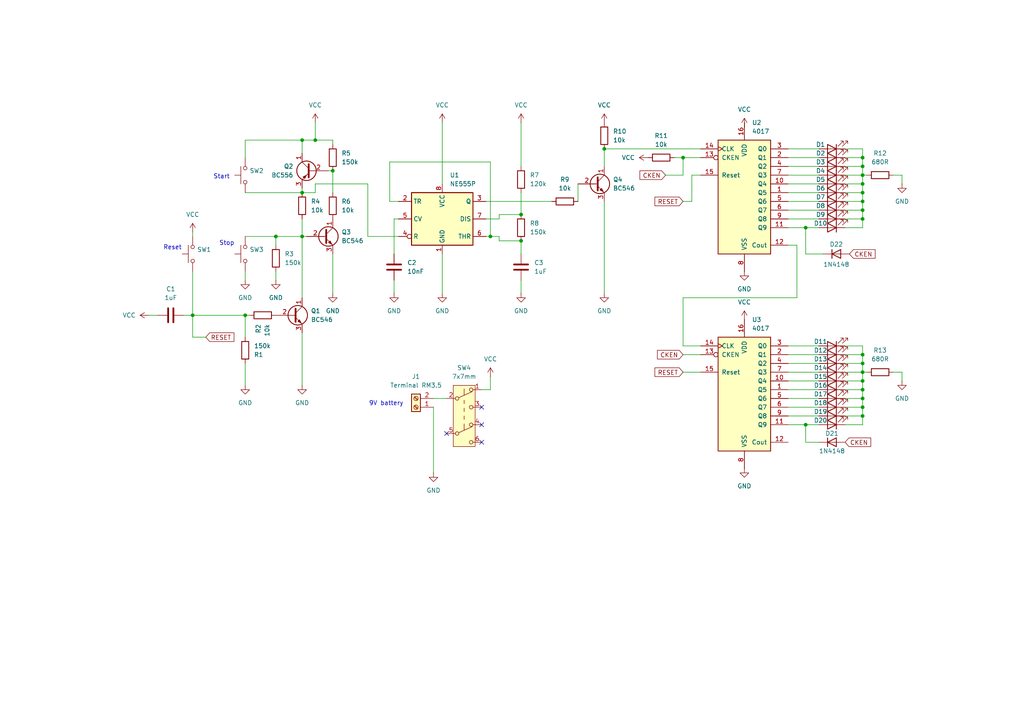
<source format=kicad_sch>
(kicad_sch (version 20231120) (generator "eeschema") (generator_version "8.0")
  (paper "A4")
  (title_block (title "Storm distance meter") (date "2025-01-18") (rev "1") (company "www.elektrokrouzek.cz"))
  (lib_symbols
    (symbol "4xxx:4017" (pin_names (offset 1.016))
      (property "Reference" "U" (at -7.62 16.51 0))
      (property "Value" "4017" (at -7.62 -19.05 0))
      (symbol "4017_1_0"
        (pin output line (at 12.7 0 180) (length 5.08) (name "Q5") (number "1"))
        (pin output line (at 12.7 2.54 180) (length 5.08) (name "Q4") (number "10"))
        (pin output line (at 12.7 -10.16 180) (length 5.08) (name "Q9") (number "11"))
        (pin output line (at 12.7 -15.24 180) (length 5.08) (name "Cout") (number "12"))
        (pin input inverted (at -12.7 10.16 0) (length 5.08) (name "CKEN") (number "13"))
        (pin input clock (at -12.7 12.7 0) (length 5.08) (name "CLK") (number "14"))
        (pin input line (at -12.7 5.08 0) (length 5.08) (name "Reset") (number "15"))
        (pin power_in line (at 0 20.32 270) (length 5.08) (name "VDD") (number "16"))
        (pin output line (at 12.7 10.16 180) (length 5.08) (name "Q1") (number "2"))
        (pin output line (at 12.7 12.7 180) (length 5.08) (name "Q0") (number "3"))
        (pin output line (at 12.7 7.62 180) (length 5.08) (name "Q2") (number "4"))
        (pin output line (at 12.7 -2.54 180) (length 5.08) (name "Q6") (number "5"))
        (pin output line (at 12.7 -5.08 180) (length 5.08) (name "Q7") (number "6"))
        (pin output line (at 12.7 5.08 180) (length 5.08) (name "Q3") (number "7"))
        (pin power_in line (at 0 -22.86 90) (length 5.08) (name "VSS") (number "8"))
        (pin output line (at 12.7 -7.62 180) (length 5.08) (name "Q8") (number "9"))
      )
      (symbol "4017_1_1"
        (rectangle (start -7.62 15.24) (end 7.62 -17.78) (stroke (width 0.254)) (fill (type background)))
      )
    )
    (symbol "Connector:Screw_Terminal_01x02" (pin_names (offset 1.016) hide)
      (property "Reference" "J" (at 0 2.54 0))
      (property "Value" "Screw_Terminal_01x02" (at 0 -5.08 0))
      (symbol "Screw_Terminal_01x02_1_1"
        (rectangle (start -1.27 1.27) (end 1.27 -3.81) (stroke (width 0.254)) (fill (type background)))
        (circle (center 0 -2.54) (radius 0.635) (stroke (width 0.1524)))
        (polyline (pts (xy -0.5334 -2.2098) (xy 0.3302 -3.048)) (stroke (width 0.1524)))
        (polyline (pts (xy -0.5334 0.3302) (xy 0.3302 -0.508)) (stroke (width 0.1524)))
        (polyline (pts (xy -0.3556 -2.032) (xy 0.508 -2.8702)) (stroke (width 0.1524)))
        (polyline (pts (xy -0.3556 0.508) (xy 0.508 -0.3302)) (stroke (width 0.1524)))
        (circle (center 0 0) (radius 0.635) (stroke (width 0.1524)))
        (pin passive line (at -5.08 0 0) (length 3.81) (name "Pin_1") (number "1"))
        (pin passive line (at -5.08 -2.54 0) (length 3.81) (name "Pin_2") (number "2"))
      )
    )
    (symbol "Device:C" (pin_numbers hide) (pin_names (offset 0.254))
      (property "Reference" "C" (at 0.635 2.54 0))
      (property "Value" "C" (at 0.635 -2.54 0))
      (symbol "C_0_1"
        (polyline (pts (xy -2.032 -0.762) (xy 2.032 -0.762)) (stroke (width 0.508)))
        (polyline (pts (xy -2.032 0.762) (xy 2.032 0.762)) (stroke (width 0.508)))
      )
      (symbol "C_1_1"
        (pin passive line (at 0 3.81 270) (length 2.794) (name "~") (number "1"))
        (pin passive line (at 0 -3.81 90) (length 2.794) (name "~") (number "2"))
      )
    )
    (symbol "Device:D" (pin_numbers hide) (pin_names (offset 1.016) hide)
      (property "Reference" "D" (at 0 2.54 0))
      (property "Value" "D" (at 0 -2.54 0))
      (symbol "D_0_1"
        (polyline (pts (xy -1.27 1.27) (xy -1.27 -1.27)) (stroke (width 0.254)))
        (polyline (pts (xy 1.27 0) (xy -1.27 0)))
        (polyline (pts (xy 1.27 1.27) (xy 1.27 -1.27) (xy -1.27 0) (xy 1.27 1.27)) (stroke (width 0.254)))
      )
      (symbol "D_1_1"
        (pin passive line (at -3.81 0 0) (length 2.54) (name "K") (number "1"))
        (pin passive line (at 3.81 0 180) (length 2.54) (name "A") (number "2"))
      )
    )
    (symbol "Device:LED" (pin_numbers hide) (pin_names (offset 1.016) hide)
      (property "Reference" "D" (at 0 2.54 0))
      (property "Value" "LED" (at 0 -2.54 0))
      (symbol "LED_0_1"
        (polyline (pts (xy -1.27 -1.27) (xy -1.27 1.27)) (stroke (width 0.254)))
        (polyline (pts (xy -1.27 0) (xy 1.27 0)))
        (polyline (pts (xy 1.27 -1.27) (xy 1.27 1.27) (xy -1.27 0) (xy 1.27 -1.27)) (stroke (width 0.254)))
        (polyline (pts (xy -3.048 -0.762) (xy -4.572 -2.286) (xy -3.81 -2.286) (xy -4.572 -2.286) (xy -4.572 -1.524)))
        (polyline (pts (xy -1.778 -0.762) (xy -3.302 -2.286) (xy -2.54 -2.286) (xy -3.302 -2.286) (xy -3.302 -1.524)))
      )
      (symbol "LED_1_1"
        (pin passive line (at -3.81 0 0) (length 2.54) (name "K") (number "1"))
        (pin passive line (at 3.81 0 180) (length 2.54) (name "A") (number "2"))
      )
    )
    (symbol "Device:R" (pin_numbers hide) (pin_names (offset 0))
      (property "Reference" "R" (at 2.032 0 90))
      (property "Value" "R" (at 0 0 90))
      (symbol "R_0_1"
        (rectangle (start -1.016 -2.54) (end 1.016 2.54) (stroke (width 0.254)))
      )
      (symbol "R_1_1"
        (pin passive line (at 0 3.81 270) (length 1.27) (name "~") (number "1"))
        (pin passive line (at 0 -3.81 90) (length 1.27) (name "~") (number "2"))
      )
    )
    (symbol "Switch:SW_Push" (pin_numbers hide) (pin_names (offset 1.016) hide)
      (property "Reference" "SW" (at 1.27 2.54 0))
      (property "Value" "SW_Push" (at 0 -1.524 0))
      (symbol "SW_Push_0_1"
        (circle (center -2.032 0) (radius 0.508))
        (polyline (pts (xy 0 1.27) (xy 0 3.048)))
        (polyline (pts (xy 2.54 1.27) (xy -2.54 1.27)))
        (circle (center 2.032 0) (radius 0.508))
        (pin passive line (at -5.08 0 0) (length 2.54) (name "1") (number "1"))
        (pin passive line (at 5.08 0 180) (length 2.54) (name "2") (number "2"))
      )
    )
    (symbol "Switch:SW_Push_DPDT" (pin_names (offset 0) hide)
      (property "Reference" "SW" (at 0 10.16 0))
      (property "Value" "SW_Push_DPDT" (at 0 -10.16 0))
      (symbol "SW_Push_DPDT_0_0"
        (circle (center -2.032 -5.08) (radius 0.508))
        (circle (center -2.032 5.08) (radius 0.508))
        (circle (center 2.032 -7.62) (radius 0.508))
        (circle (center 2.032 2.54) (radius 0.508))
      )
      (symbol "SW_Push_DPDT_0_1"
        (polyline (pts (xy -1.524 -4.826) (xy 2.3368 -3.0988)))
        (polyline (pts (xy -1.524 5.334) (xy 2.3368 7.0612)))
        (polyline (pts (xy 0 -2.286) (xy 0 -4.064)))
        (polyline (pts (xy 0 -1.016) (xy 0 0)))
        (polyline (pts (xy 0 1.27) (xy 0 2.286)))
        (polyline (pts (xy 0 3.556) (xy 0 4.572)))
        (polyline (pts (xy 0 7.874) (xy 0 6.096)))
        (circle (center 2.032 -2.54) (radius 0.508))
        (circle (center 2.032 7.62) (radius 0.508))
      )
      (symbol "SW_Push_DPDT_1_1"
        (rectangle (start -3.175 8.89) (end 3.175 -8.89) (fill (type background)))
        (pin passive line (at 5.08 7.62 180) (length 2.54) (name "A") (number "1"))
        (pin passive line (at -5.08 5.08 0) (length 2.54) (name "B") (number "2"))
        (pin passive line (at 5.08 2.54 180) (length 2.54) (name "C") (number "3"))
        (pin passive line (at 5.08 -2.54 180) (length 2.54) (name "A") (number "4"))
        (pin passive line (at -5.08 -5.08 0) (length 2.54) (name "B") (number "5"))
        (pin passive line (at 5.08 -7.62 180) (length 2.54) (name "C") (number "6"))
      )
    )
    (symbol "Timer:NE555P"
      (property "Reference" "U" (at -10.16 8.89 0))
      (property "Value" "NE555P" (at 2.54 8.89 0))
      (symbol "NE555P_0_0"
        (pin power_in line (at 0 -10.16 90) (length 2.54) (name "GND") (number "1"))
        (pin power_in line (at 0 10.16 270) (length 2.54) (name "VCC") (number "8"))
      )
      (symbol "NE555P_0_1"
        (rectangle (start -8.89 -7.62) (end 8.89 7.62) (stroke (width 0.254)) (fill (type background)))
        (rectangle (start -8.89 -7.62) (end 8.89 7.62) (stroke (width 0.254)) (fill (type background)))
      )
      (symbol "NE555P_1_1"
        (pin input line (at -12.7 5.08 0) (length 3.81) (name "TR") (number "2"))
        (pin output line (at 12.7 5.08 180) (length 3.81) (name "Q") (number "3"))
        (pin input inverted (at -12.7 -5.08 0) (length 3.81) (name "R") (number "4"))
        (pin input line (at -12.7 0 0) (length 3.81) (name "CV") (number "5"))
        (pin input line (at 12.7 -5.08 180) (length 3.81) (name "THR") (number "6"))
        (pin input line (at 12.7 0 180) (length 3.81) (name "DIS") (number "7"))
      )
    )
    (symbol "Transistor_BJT:BC546" (pin_names (offset 0) hide)
      (property "Reference" "Q" (at 5.08 1.905 0))
      (property "Value" "BC546" (at 5.08 0 0))
      (symbol "BC546_0_1"
        (polyline (pts (xy 0 0) (xy 0.635 0)))
        (polyline (pts (xy 0.635 0.635) (xy 2.54 2.54)))
        (polyline (pts (xy 0.635 -0.635) (xy 2.54 -2.54) (xy 2.54 -2.54)))
        (polyline (pts (xy 0.635 1.905) (xy 0.635 -1.905) (xy 0.635 -1.905)) (stroke (width 0.508)))
        (polyline (pts (xy 1.27 -1.778) (xy 1.778 -1.27) (xy 2.286 -2.286) (xy 1.27 -1.778) (xy 1.27 -1.778)) (fill (type outline)))
        (circle (center 1.27 0) (radius 2.8194) (stroke (width 0.254)))
      )
      (symbol "BC546_1_1"
        (pin passive line (at 2.54 5.08 270) (length 2.54) (name "C") (number "1"))
        (pin input line (at -5.08 0 0) (length 5.08) (name "B") (number "2"))
        (pin passive line (at 2.54 -5.08 90) (length 2.54) (name "E") (number "3"))
      )
    )
    (symbol "Transistor_BJT:BC556" (pin_names (offset 0) hide)
      (property "Reference" "Q" (at 5.08 1.905 0))
      (property "Value" "BC556" (at 5.08 0 0))
      (symbol "BC556_0_1"
        (polyline (pts (xy 0.635 0.635) (xy 2.54 2.54)))
        (polyline (pts (xy 0.635 -0.635) (xy 2.54 -2.54) (xy 2.54 -2.54)))
        (polyline (pts (xy 0.635 1.905) (xy 0.635 -1.905) (xy 0.635 -1.905)) (stroke (width 0.508)))
        (polyline (pts (xy 2.286 -1.778) (xy 1.778 -2.286) (xy 1.27 -1.27) (xy 2.286 -1.778) (xy 2.286 -1.778)) (fill (type outline)))
        (circle (center 1.27 0) (radius 2.8194) (stroke (width 0.254)))
      )
      (symbol "BC556_1_1"
        (pin passive line (at 2.54 5.08 270) (length 2.54) (name "C") (number "1"))
        (pin input line (at -5.08 0 0) (length 5.715) (name "B") (number "2"))
        (pin passive line (at 2.54 -5.08 90) (length 2.54) (name "E") (number "3"))
      )
    )
    (symbol "power:GND" (power) (pin_numbers hide) (pin_names (offset 0) hide)
      (property "Value" "GND" (at 0 -3.81 0))
      (symbol "GND_0_1"
        (polyline (pts (xy 0 0) (xy 0 -1.27) (xy 1.27 -1.27) (xy 0 -2.54) (xy -1.27 -1.27) (xy 0 -1.27)))
      )
      (symbol "GND_1_1"
        (pin power_in line (at 0 0 270) (length 0) (name "~") (number "1"))
      )
    )
    (symbol "power:VCC" (power) (pin_numbers hide) (pin_names (offset 0) hide)
      (property "Value" "VCC" (at 0 3.556 0))
      (symbol "VCC_0_1"
        (polyline (pts (xy -0.762 1.27) (xy 0 2.54)))
        (polyline (pts (xy 0 0) (xy 0 2.54)))
        (polyline (pts (xy 0 2.54) (xy 0.762 1.27)))
      )
      (symbol "VCC_1_1"
        (pin power_in line (at 0 0 90) (length 0) (name "~") (number "1"))
      )
    )
  )
  (junction (at 250.19 118.11))
  (junction (at 151.13 62.23))
  (junction (at 250.19 45.72))
  (junction (at 55.88 91.44))
  (junction (at 175.26 43.18))
  (junction (at 250.19 107.95))
  (junction (at 250.19 53.34))
  (junction (at 250.19 110.49))
  (junction (at 250.19 102.87))
  (junction (at 250.19 50.8))
  (junction (at 87.63 55.88))
  (junction (at 250.19 115.57))
  (junction (at 142.24 68.58))
  (junction (at 96.52 49.53))
  (junction (at 250.19 60.96))
  (junction (at 233.68 123.19))
  (junction (at 87.63 40.64))
  (junction (at 151.13 69.85))
  (junction (at 233.68 66.04))
  (junction (at 250.19 55.88))
  (junction (at 250.19 63.5))
  (junction (at 80.01 68.58))
  (junction (at 198.12 45.72))
  (junction (at 87.63 68.58))
  (junction (at 250.19 120.65))
  (junction (at 91.44 40.64))
  (junction (at 250.19 105.41))
  (junction (at 71.12 91.44))
  (junction (at 250.19 113.03))
  (junction (at 250.19 48.26))
  (junction (at 250.19 58.42))
  (no_connect (at 129.54 125.73))
  (no_connect (at 139.7 123.19))
  (no_connect (at 139.7 118.11))
  (no_connect (at 139.7 128.27))
  (wire (pts (xy 87.63 63.5) (xy 87.63 68.58)))
  (wire (pts (xy 231.14 86.36) (xy 198.12 86.36)))
  (wire (pts (xy 175.26 43.18) (xy 203.2 43.18)))
  (wire (pts (xy 245.11 50.8) (xy 250.19 50.8)))
  (wire (pts (xy 128.27 73.66) (xy 128.27 85.09)))
  (wire (pts (xy 198.12 45.72) (xy 198.12 50.8)))
  (wire (pts (xy 115.57 58.42) (xy 113.03 58.42)))
  (wire (pts (xy 215.9 36.83) (xy 215.9 35.56)))
  (wire (pts (xy 142.24 68.58) (xy 144.78 68.58)))
  (wire (pts (xy 245.11 120.65) (xy 250.19 120.65)))
  (wire (pts (xy 140.97 68.58) (xy 142.24 68.58)))
  (wire (pts (xy 198.12 107.95) (xy 203.2 107.95)))
  (wire (pts (xy 91.44 55.88) (xy 87.63 55.88)))
  (wire (pts (xy 259.08 107.95) (xy 261.62 107.95)))
  (wire (pts (xy 87.63 44.45) (xy 87.63 40.64)))
  (wire (pts (xy 195.58 45.72) (xy 198.12 45.72)))
  (wire (pts (xy 142.24 46.99) (xy 142.24 68.58)))
  (wire (pts (xy 245.11 123.19) (xy 250.19 123.19)))
  (wire (pts (xy 245.11 58.42) (xy 250.19 58.42)))
  (wire (pts (xy 175.26 58.42) (xy 175.26 85.09)))
  (wire (pts (xy 114.3 63.5) (xy 114.3 73.66)))
  (wire (pts (xy 228.6 66.04) (xy 233.68 66.04)))
  (wire (pts (xy 113.03 46.99) (xy 142.24 46.99)))
  (wire (pts (xy 144.78 62.23) (xy 151.13 62.23)))
  (wire (pts (xy 113.03 58.42) (xy 113.03 46.99)))
  (wire (pts (xy 71.12 55.88) (xy 87.63 55.88)))
  (wire (pts (xy 144.78 63.5) (xy 144.78 62.23)))
  (wire (pts (xy 167.64 53.34) (xy 167.64 58.42)))
  (wire (pts (xy 115.57 63.5) (xy 114.3 63.5)))
  (wire (pts (xy 233.68 73.66) (xy 238.76 73.66)))
  (wire (pts (xy 228.6 120.65) (xy 237.49 120.65)))
  (wire (pts (xy 71.12 91.44) (xy 55.88 91.44)))
  (wire (pts (xy 228.6 71.12) (xy 231.14 71.12)))
  (wire (pts (xy 245.11 107.95) (xy 250.19 107.95)))
  (wire (pts (xy 250.19 115.57) (xy 250.19 113.03)))
  (wire (pts (xy 114.3 81.28) (xy 114.3 85.09)))
  (wire (pts (xy 233.68 123.19) (xy 237.49 123.19)))
  (wire (pts (xy 228.6 115.57) (xy 237.49 115.57)))
  (wire (pts (xy 245.11 118.11) (xy 250.19 118.11)))
  (wire (pts (xy 228.6 43.18) (xy 237.49 43.18)))
  (wire (pts (xy 250.19 110.49) (xy 250.19 107.95)))
  (wire (pts (xy 250.19 66.04) (xy 250.19 63.5)))
  (wire (pts (xy 250.19 63.5) (xy 250.19 60.96)))
  (wire (pts (xy 91.44 53.34) (xy 91.44 55.88)))
  (wire (pts (xy 245.11 53.34) (xy 250.19 53.34)))
  (wire (pts (xy 250.19 48.26) (xy 250.19 50.8)))
  (wire (pts (xy 250.19 100.33) (xy 250.19 102.87)))
  (wire (pts (xy 140.97 63.5) (xy 144.78 63.5)))
  (wire (pts (xy 261.62 50.8) (xy 261.62 53.34)))
  (wire (pts (xy 245.11 45.72) (xy 250.19 45.72)))
  (wire (pts (xy 151.13 55.88) (xy 151.13 62.23)))
  (wire (pts (xy 228.6 118.11) (xy 237.49 118.11)))
  (wire (pts (xy 125.73 118.11) (xy 125.73 137.16)))
  (wire (pts (xy 233.68 123.19) (xy 233.68 128.27)))
  (wire (pts (xy 71.12 105.41) (xy 71.12 111.76)))
  (wire (pts (xy 228.6 58.42) (xy 237.49 58.42)))
  (wire (pts (xy 87.63 54.61) (xy 87.63 55.88)))
  (wire (pts (xy 228.6 55.88) (xy 237.49 55.88)))
  (wire (pts (xy 250.19 113.03) (xy 250.19 110.49)))
  (wire (pts (xy 96.52 49.53) (xy 96.52 55.88)))
  (wire (pts (xy 198.12 58.42) (xy 200.66 58.42)))
  (wire (pts (xy 43.18 91.44) (xy 45.72 91.44)))
  (wire (pts (xy 144.78 68.58) (xy 144.78 69.85)))
  (wire (pts (xy 106.68 68.58) (xy 115.57 68.58)))
  (wire (pts (xy 250.19 118.11) (xy 250.19 115.57)))
  (wire (pts (xy 198.12 100.33) (xy 203.2 100.33)))
  (wire (pts (xy 87.63 68.58) (xy 87.63 86.36)))
  (wire (pts (xy 71.12 45.72) (xy 71.12 40.64)))
  (wire (pts (xy 91.44 35.56) (xy 91.44 40.64)))
  (wire (pts (xy 151.13 35.56) (xy 151.13 48.26)))
  (wire (pts (xy 245.11 102.87) (xy 250.19 102.87)))
  (wire (pts (xy 250.19 102.87) (xy 250.19 105.41)))
  (wire (pts (xy 53.34 91.44) (xy 55.88 91.44)))
  (wire (pts (xy 142.24 113.03) (xy 142.24 109.22)))
  (wire (pts (xy 125.73 115.57) (xy 129.54 115.57)))
  (wire (pts (xy 87.63 96.52) (xy 87.63 111.76)))
  (wire (pts (xy 228.6 48.26) (xy 237.49 48.26)))
  (wire (pts (xy 250.19 53.34) (xy 250.19 50.8)))
  (wire (pts (xy 200.66 58.42) (xy 200.66 50.8)))
  (wire (pts (xy 71.12 40.64) (xy 87.63 40.64)))
  (wire (pts (xy 87.63 40.64) (xy 91.44 40.64)))
  (wire (pts (xy 245.11 110.49) (xy 250.19 110.49)))
  (wire (pts (xy 250.19 60.96) (xy 250.19 58.42)))
  (wire (pts (xy 80.01 68.58) (xy 80.01 71.12)))
  (wire (pts (xy 250.19 43.18) (xy 250.19 45.72)))
  (wire (pts (xy 245.11 105.41) (xy 250.19 105.41)))
  (wire (pts (xy 251.46 50.8) (xy 250.19 50.8)))
  (wire (pts (xy 250.19 123.19) (xy 250.19 120.65)))
  (wire (pts (xy 55.88 91.44) (xy 55.88 78.74)))
  (wire (pts (xy 144.78 69.85) (xy 151.13 69.85)))
  (wire (pts (xy 71.12 78.74) (xy 71.12 81.28)))
  (wire (pts (xy 228.6 105.41) (xy 237.49 105.41)))
  (wire (pts (xy 175.26 43.18) (xy 175.26 48.26)))
  (wire (pts (xy 128.27 35.56) (xy 128.27 53.34)))
  (wire (pts (xy 261.62 107.95) (xy 261.62 110.49)))
  (wire (pts (xy 245.11 63.5) (xy 250.19 63.5)))
  (wire (pts (xy 59.69 97.79) (xy 55.88 97.79)))
  (wire (pts (xy 233.68 128.27) (xy 237.49 128.27)))
  (wire (pts (xy 151.13 81.28) (xy 151.13 85.09)))
  (wire (pts (xy 245.11 43.18) (xy 250.19 43.18)))
  (wire (pts (xy 228.6 60.96) (xy 237.49 60.96)))
  (wire (pts (xy 228.6 45.72) (xy 237.49 45.72)))
  (wire (pts (xy 245.11 55.88) (xy 250.19 55.88)))
  (wire (pts (xy 106.68 53.34) (xy 91.44 53.34)))
  (wire (pts (xy 228.6 123.19) (xy 233.68 123.19)))
  (wire (pts (xy 231.14 71.12) (xy 231.14 86.36)))
  (wire (pts (xy 198.12 102.87) (xy 203.2 102.87)))
  (wire (pts (xy 245.11 100.33) (xy 250.19 100.33)))
  (wire (pts (xy 55.88 97.79) (xy 55.88 91.44)))
  (wire (pts (xy 228.6 50.8) (xy 237.49 50.8)))
  (wire (pts (xy 250.19 120.65) (xy 250.19 118.11)))
  (wire (pts (xy 228.6 107.95) (xy 237.49 107.95)))
  (wire (pts (xy 259.08 50.8) (xy 261.62 50.8)))
  (wire (pts (xy 140.97 58.42) (xy 160.02 58.42)))
  (wire (pts (xy 71.12 68.58) (xy 80.01 68.58)))
  (wire (pts (xy 151.13 69.85) (xy 151.13 73.66)))
  (wire (pts (xy 250.19 45.72) (xy 250.19 48.26)))
  (wire (pts (xy 80.01 78.74) (xy 80.01 81.28)))
  (wire (pts (xy 106.68 68.58) (xy 106.68 53.34)))
  (wire (pts (xy 200.66 50.8) (xy 203.2 50.8)))
  (wire (pts (xy 80.01 68.58) (xy 87.63 68.58)))
  (wire (pts (xy 245.11 48.26) (xy 250.19 48.26)))
  (wire (pts (xy 250.19 58.42) (xy 250.19 55.88)))
  (wire (pts (xy 251.46 107.95) (xy 250.19 107.95)))
  (wire (pts (xy 96.52 73.66) (xy 96.52 85.09)))
  (wire (pts (xy 245.11 115.57) (xy 250.19 115.57)))
  (wire (pts (xy 245.11 66.04) (xy 250.19 66.04)))
  (wire (pts (xy 228.6 113.03) (xy 237.49 113.03)))
  (wire (pts (xy 96.52 40.64) (xy 96.52 41.91)))
  (wire (pts (xy 72.39 91.44) (xy 71.12 91.44)))
  (wire (pts (xy 228.6 102.87) (xy 237.49 102.87)))
  (wire (pts (xy 87.63 68.58) (xy 88.9 68.58)))
  (wire (pts (xy 250.19 55.88) (xy 250.19 53.34)))
  (wire (pts (xy 198.12 45.72) (xy 203.2 45.72)))
  (wire (pts (xy 233.68 66.04) (xy 233.68 73.66)))
  (wire (pts (xy 95.25 49.53) (xy 96.52 49.53)))
  (wire (pts (xy 228.6 53.34) (xy 237.49 53.34)))
  (wire (pts (xy 233.68 66.04) (xy 237.49 66.04)))
  (wire (pts (xy 91.44 40.64) (xy 96.52 40.64)))
  (wire (pts (xy 228.6 63.5) (xy 237.49 63.5)))
  (wire (pts (xy 228.6 100.33) (xy 237.49 100.33)))
  (wire (pts (xy 71.12 91.44) (xy 71.12 97.79)))
  (wire (pts (xy 139.7 113.03) (xy 142.24 113.03)))
  (wire (pts (xy 193.04 50.8) (xy 198.12 50.8)))
  (wire (pts (xy 250.19 105.41) (xy 250.19 107.95)))
  (wire (pts (xy 55.88 67.31) (xy 55.88 68.58)))
  (wire (pts (xy 198.12 86.36) (xy 198.12 100.33)))
  (wire (pts (xy 228.6 110.49) (xy 237.49 110.49)))
  (wire (pts (xy 245.11 113.03) (xy 250.19 113.03)))
  (wire (pts (xy 245.11 60.96) (xy 250.19 60.96)))
  (text "Reset" (at 50.038 71.882 0) (effects (font (size 1.27 1.27))))
  (text "9V battery" (at 112.014 117.094 0) (effects (font (size 1.27 1.27))))
  (text "Stop" (at 65.786 70.612 0) (effects (font (size 1.27 1.27))))
  (text "Start" (at 64.262 51.308 0) (effects (font (size 1.27 1.27))))
  (global_label "RESET" (shape input) (at 59.69 97.79 0) (property "Intersheetrefs" "${INTERSHEET_REFS}" (effects (hide yes))))
  (global_label "RESET" (shape input) (at 198.12 58.42 180) (property "Intersheetrefs" "${INTERSHEET_REFS}" (effects (hide yes))))
  (global_label "CKEN" (shape input) (at 246.38 73.66 0) (property "Intersheetrefs" "${INTERSHEET_REFS}" (effects (hide yes))))
  (global_label "CKEN" (shape input) (at 198.12 102.87 180) (property "Intersheetrefs" "${INTERSHEET_REFS}" (effects (hide yes))))
  (global_label "CKEN" (shape input) (at 193.04 50.8 180) (property "Intersheetrefs" "${INTERSHEET_REFS}" (effects (hide yes))))
  (global_label "CKEN" (shape input) (at 245.11 128.27 0) (property "Intersheetrefs" "${INTERSHEET_REFS}" (effects (hide yes))))
  (global_label "RESET" (shape input) (at 198.12 107.95 180) (property "Intersheetrefs" "${INTERSHEET_REFS}" (effects (hide yes))))
  (symbol (lib_id "Switch:SW_Push") (at 55.88 73.66 90) (unit 1)
    (property "Reference" "SW1" (at 57.15 72.3899 90) (effects (justify right)))
    (property "Value" "6mm" (effects (hide yes)))
    (property "Footprint" "Button_Switch_THT:SW_PUSH_6mm_H9.5mm" (effects (hide yes)))
    (property "Description" "Push button switch, generic, two pins" (effects (hide yes)))
  )
  (symbol (lib_id "power:GND") (at 71.12 111.76 0) (unit 1)
    (property "Reference" "#PWR04" (effects (hide yes)))
    (property "Value" "GND" (at 71.12 116.84 0))
    (property "Description" "Power symbol creates a global label with name \"GND\" , ground" (effects (hide yes)))
  )
  (symbol (lib_id "Device:LED") (at 241.3 55.88 180) (unit 1)
    (property "Reference" "D6" (at 237.998 54.61 0))
    (property "Value" "LED 3mm Y" (effects (hide yes)))
    (property "Footprint" "LED_THT:LED_D3.0mm" (effects (hide yes)))
    (property "Description" "Light emitting diode" (effects (hide yes)))
  )
  (symbol (lib_id "power:GND") (at 128.27 85.09 0) (unit 1)
    (property "Reference" "#PWR012" (effects (hide yes)))
    (property "Value" "GND" (at 128.27 90.17 0))
    (property "Description" "Power symbol creates a global label with name \"GND\" , ground" (effects (hide yes)))
  )
  (symbol (lib_id "power:GND") (at 114.3 85.09 0) (unit 1)
    (property "Reference" "#PWR09" (effects (hide yes)))
    (property "Value" "GND" (at 114.3 90.17 0))
    (property "Description" "Power symbol creates a global label with name \"GND\" , ground" (effects (hide yes)))
  )
  (symbol (lib_id "Switch:SW_Push") (at 71.12 73.66 90) (unit 1)
    (property "Reference" "SW3" (at 72.39 72.3899 90) (effects (justify right)))
    (property "Value" "6mm" (effects (hide yes)))
    (property "Footprint" "Button_Switch_THT:SW_PUSH_6mm_H9.5mm" (effects (hide yes)))
    (property "Description" "Push button switch, generic, two pins" (effects (hide yes)))
  )
  (symbol (lib_id "Device:D") (at 242.57 73.66 0) (unit 1)
    (property "Reference" "D22" (at 242.57 70.866 0))
    (property "Value" "1N4148" (at 242.57 76.708 0))
    (property "Footprint" "Diode_THT:D_DO-35_SOD27_P7.62mm_Horizontal" (effects (hide yes)))
    (property "Description" "Diode" (effects (hide yes)))
    (property "Sim.Device" "D" (effects (hide yes)))
    (property "Sim.Pins" "1=K 2=A" (effects (hide yes)))
  )
  (symbol (lib_id "power:GND") (at 151.13 85.09 0) (unit 1)
    (property "Reference" "#PWR015" (effects (hide yes)))
    (property "Value" "GND" (at 151.13 90.17 0))
    (property "Description" "Power symbol creates a global label with name \"GND\" , ground" (effects (hide yes)))
  )
  (symbol (lib_id "Connector:Screw_Terminal_01x02") (at 120.65 118.11 180) (unit 1)
    (property "Reference" "J1" (at 120.65 109.22 0))
    (property "Value" "Terminal RM3.5" (at 120.65 111.76 0))
    (property "Footprint" "TerminalBlock_4Ucon:TerminalBlock_4Ucon_1x02_P3.50mm_Horizontal" (effects (hide yes)))
    (property "Description" "Generic screw terminal, single row, 01x02, script generated (kicad-library-utils/schlib/autogen/connector/)" (effects (hide yes)))
  )
  (symbol (lib_id "Device:LED") (at 241.3 118.11 180) (unit 1)
    (property "Reference" "D18" (at 237.998 116.84 0))
    (property "Value" "LED 3mm G" (effects (hide yes)))
    (property "Footprint" "LED_THT:LED_D3.0mm" (effects (hide yes)))
    (property "Description" "Light emitting diode" (effects (hide yes)))
  )
  (symbol (lib_id "Device:R") (at 71.12 101.6 0) (mirror x) (unit 1)
    (property "Reference" "R1" (at 73.66 102.8701 0) (effects (justify left)))
    (property "Value" "150k" (at 73.66 100.3301 0) (effects (justify left)))
    (property "Footprint" "Resistor_THT:R_Axial_DIN0207_L6.3mm_D2.5mm_P7.62mm_Horizontal" (effects (hide yes)))
    (property "Description" "Resistor" (effects (hide yes)))
  )
  (symbol (lib_id "power:GND") (at 87.63 111.76 0) (unit 1)
    (property "Reference" "#PWR06" (effects (hide yes)))
    (property "Value" "GND" (at 87.63 116.84 0))
    (property "Description" "Power symbol creates a global label with name \"GND\" , ground" (effects (hide yes)))
  )
  (symbol (lib_id "Device:LED") (at 241.3 123.19 180) (unit 1)
    (property "Reference" "D20" (at 237.998 121.92 0))
    (property "Value" "LED 3mm G" (effects (hide yes)))
    (property "Footprint" "LED_THT:LED_D3.0mm" (effects (hide yes)))
    (property "Description" "Light emitting diode" (effects (hide yes)))
  )
  (symbol (lib_id "power:GND") (at 215.9 78.74 0) (unit 1)
    (property "Reference" "#PWR020" (effects (hide yes)))
    (property "Value" "GND" (at 215.9 83.82 0))
    (property "Description" "Power symbol creates a global label with name \"GND\" , ground" (effects (hide yes)))
  )
  (symbol (lib_id "Device:R") (at 96.52 45.72 0) (unit 1)
    (property "Reference" "R5" (at 99.06 44.4499 0) (effects (justify left)))
    (property "Value" "150k" (at 99.06 46.9899 0) (effects (justify left)))
    (property "Footprint" "Resistor_THT:R_Axial_DIN0207_L6.3mm_D2.5mm_P7.62mm_Horizontal" (effects (hide yes)))
    (property "Description" "Resistor" (effects (hide yes)))
  )
  (symbol (lib_id "Timer:NE555P") (at 128.27 63.5 0) (unit 1)
    (property "Reference" "U1" (at 130.4641 50.8 0) (effects (justify left)))
    (property "Value" "NE555P" (at 130.4641 53.34 0) (effects (justify left)))
    (property "Footprint" "Package_DIP:DIP-8_W7.62mm" (effects (hide yes)))
    (property "Datasheet" "http://www.ti.com/lit/ds/symlink/ne555.pdf" (effects (hide yes)))
    (property "Description" "Precision Timers, 555 compatible,  PDIP-8" (effects (hide yes)))
  )
  (symbol (lib_id "Device:LED") (at 241.3 45.72 180) (unit 1)
    (property "Reference" "D2" (at 237.998 44.45 0))
    (property "Value" "LED 3mm Y" (effects (hide yes)))
    (property "Footprint" "LED_THT:LED_D3.0mm" (effects (hide yes)))
    (property "Description" "Light emitting diode" (effects (hide yes)))
  )
  (symbol (lib_id "Transistor_BJT:BC546") (at 172.72 53.34 0) (unit 1)
    (property "Reference" "Q4" (at 177.8 52.0699 0) (effects (justify left)))
    (property "Value" "BC546" (at 177.8 54.6099 0) (effects (justify left)))
    (property "Footprint" "Package_TO_SOT_THT:TO-92_Inline_Wide" (effects (hide yes)))
    (property "Datasheet" "https://www.onsemi.com/pub/Collateral/BC550-D.pdf" (effects (hide yes)))
    (property "Description" "0.1A Ic, 65V Vce, Small Signal NPN Transistor, TO-92" (effects (hide yes)))
  )
  (symbol (lib_id "Device:R") (at 151.13 52.07 0) (unit 1)
    (property "Reference" "R7" (at 153.67 50.7999 0) (effects (justify left)))
    (property "Value" "120k" (at 153.67 53.3399 0) (effects (justify left)))
    (property "Footprint" "Resistor_THT:R_Axial_DIN0207_L6.3mm_D2.5mm_P7.62mm_Horizontal" (effects (hide yes)))
    (property "Description" "Resistor" (effects (hide yes)))
  )
  (symbol (lib_id "Device:R") (at 80.01 74.93 0) (unit 1)
    (property "Reference" "R3" (at 82.55 73.6599 0) (effects (justify left)))
    (property "Value" "150k" (at 82.55 76.1999 0) (effects (justify left)))
    (property "Footprint" "Resistor_THT:R_Axial_DIN0207_L6.3mm_D2.5mm_P7.62mm_Horizontal" (effects (hide yes)))
    (property "Description" "Resistor" (effects (hide yes)))
  )
  (symbol (lib_id "power:VCC") (at 187.96 45.72 90) (unit 1)
    (property "Reference" "#PWR018" (effects (hide yes)))
    (property "Value" "VCC" (at 184.15 45.7199 90) (effects (justify left)))
    (property "Description" "Power symbol creates a global label with name \"VCC\"" (effects (hide yes)))
  )
  (symbol (lib_id "Device:R") (at 255.27 50.8 90) (unit 1)
    (property "Reference" "R12" (at 255.27 44.45 90))
    (property "Value" "680R" (at 255.27 46.99 90))
    (property "Footprint" "Resistor_THT:R_Axial_DIN0207_L6.3mm_D2.5mm_P7.62mm_Horizontal" (effects (hide yes)))
    (property "Description" "Resistor" (effects (hide yes)))
  )
  (symbol (lib_id "Device:LED") (at 241.3 113.03 180) (unit 1)
    (property "Reference" "D16" (at 237.998 111.76 0))
    (property "Value" "LED 3mm G" (effects (hide yes)))
    (property "Footprint" "LED_THT:LED_D3.0mm" (effects (hide yes)))
    (property "Description" "Light emitting diode" (effects (hide yes)))
  )
  (symbol (lib_id "power:GND") (at 125.73 137.16 0) (unit 1)
    (property "Reference" "#PWR010" (effects (hide yes)))
    (property "Value" "GND" (at 125.73 142.24 0))
    (property "Description" "Power symbol creates a global label with name \"GND\" , ground" (effects (hide yes)))
  )
  (symbol (lib_id "Transistor_BJT:BC556") (at 90.17 49.53 0) (mirror y) (unit 1)
    (property "Reference" "Q2" (at 85.09 48.2599 0) (effects (justify left)))
    (property "Value" "BC556" (at 85.09 50.7999 0) (effects (justify left)))
    (property "Footprint" "Package_TO_SOT_THT:TO-92_Inline_Wide" (effects (hide yes)))
    (property "Datasheet" "https://www.onsemi.com/pub/Collateral/BC556BTA-D.pdf" (effects (hide yes)))
    (property "Description" "0.1A Ic, 65V Vce, PNP Small Signal Transistor, TO-92" (effects (hide yes)))
  )
  (symbol (lib_id "power:GND") (at 71.12 81.28 0) (unit 1)
    (property "Reference" "#PWR03" (effects (hide yes)))
    (property "Value" "GND" (at 71.12 86.36 0))
    (property "Description" "Power symbol creates a global label with name \"GND\" , ground" (effects (hide yes)))
  )
  (symbol (lib_id "power:VCC") (at 215.9 36.83 0) (unit 1)
    (property "Reference" "#PWR019" (effects (hide yes)))
    (property "Value" "VCC" (at 215.9 31.75 0))
    (property "Description" "Power symbol creates a global label with name \"VCC\"" (effects (hide yes)))
  )
  (symbol (lib_id "Device:LED") (at 241.3 50.8 180) (unit 1)
    (property "Reference" "D4" (at 237.998 49.53 0))
    (property "Value" "LED 3mm Y" (effects (hide yes)))
    (property "Footprint" "LED_THT:LED_D3.0mm" (effects (hide yes)))
    (property "Description" "Light emitting diode" (effects (hide yes)))
  )
  (symbol (lib_id "power:VCC") (at 151.13 35.56 0) (unit 1)
    (property "Reference" "#PWR014" (effects (hide yes)))
    (property "Value" "VCC" (at 151.13 30.48 0))
    (property "Description" "Power symbol creates a global label with name \"VCC\"" (effects (hide yes)))
  )
  (symbol (lib_id "Device:LED") (at 241.3 107.95 180) (unit 1)
    (property "Reference" "D14" (at 237.998 106.68 0))
    (property "Value" "LED 3mm G" (effects (hide yes)))
    (property "Footprint" "LED_THT:LED_D3.0mm" (effects (hide yes)))
    (property "Description" "Light emitting diode" (effects (hide yes)))
  )
  (symbol (lib_id "Transistor_BJT:BC546") (at 93.98 68.58 0) (unit 1)
    (property "Reference" "Q3" (at 99.06 67.3099 0) (effects (justify left)))
    (property "Value" "BC546" (at 99.06 69.8499 0) (effects (justify left)))
    (property "Footprint" "Package_TO_SOT_THT:TO-92_Inline_Wide" (effects (hide yes)))
    (property "Datasheet" "https://www.onsemi.com/pub/Collateral/BC550-D.pdf" (effects (hide yes)))
    (property "Description" "0.1A Ic, 65V Vce, Small Signal NPN Transistor, TO-92" (effects (hide yes)))
  )
  (symbol (lib_id "power:VCC") (at 91.44 35.56 0) (unit 1)
    (property "Reference" "#PWR07" (effects (hide yes)))
    (property "Value" "VCC" (at 91.44 30.48 0))
    (property "Description" "Power symbol creates a global label with name \"VCC\"" (effects (hide yes)))
  )
  (symbol (lib_id "Device:LED") (at 241.3 115.57 180) (unit 1)
    (property "Reference" "D17" (at 237.998 114.3 0))
    (property "Value" "LED 3mm G" (effects (hide yes)))
    (property "Footprint" "LED_THT:LED_D3.0mm" (effects (hide yes)))
    (property "Description" "Light emitting diode" (effects (hide yes)))
  )
  (symbol (lib_id "Device:C") (at 49.53 91.44 90) (unit 1)
    (property "Reference" "C1" (at 49.53 83.82 90))
    (property "Value" "1uF" (at 49.53 86.36 90))
    (property "Footprint" "Capacitor_THT:C_Disc_D5.0mm_W2.5mm_P5.00mm" (effects (hide yes)))
    (property "Description" "Unpolarized capacitor" (effects (hide yes)))
  )
  (symbol (lib_id "power:VCC") (at 175.26 35.56 0) (unit 1)
    (property "Reference" "#PWR016" (effects (hide yes)))
    (property "Value" "VCC" (at 175.26 30.48 0))
    (property "Description" "Power symbol creates a global label with name \"VCC\"" (effects (hide yes)))
  )
  (symbol (lib_id "Device:D") (at 241.3 128.27 0) (unit 1)
    (property "Reference" "D21" (at 241.3 125.73 0))
    (property "Value" "1N4148" (at 241.3 130.81 0))
    (property "Footprint" "Diode_THT:D_DO-35_SOD27_P7.62mm_Horizontal" (effects (hide yes)))
    (property "Description" "Diode" (effects (hide yes)))
    (property "Sim.Device" "D" (effects (hide yes)))
    (property "Sim.Pins" "1=K 2=A" (effects (hide yes)))
  )
  (symbol (lib_id "Switch:SW_Push") (at 71.12 50.8 90) (unit 1)
    (property "Reference" "SW2" (at 72.39 49.5299 90) (effects (justify right)))
    (property "Value" "6mm" (effects (hide yes)))
    (property "Footprint" "Button_Switch_THT:SW_PUSH_6mm_H9.5mm" (effects (hide yes)))
    (property "Description" "Push button switch, generic, two pins" (effects (hide yes)))
  )
  (symbol (lib_id "power:GND") (at 175.26 85.09 0) (unit 1)
    (property "Reference" "#PWR017" (effects (hide yes)))
    (property "Value" "GND" (at 175.26 90.17 0))
    (property "Description" "Power symbol creates a global label with name \"GND\" , ground" (effects (hide yes)))
  )
  (symbol (lib_id "power:GND") (at 261.62 53.34 0) (unit 1)
    (property "Reference" "#PWR023" (effects (hide yes)))
    (property "Value" "GND" (at 261.62 58.42 0))
    (property "Description" "Power symbol creates a global label with name \"GND\" , ground" (effects (hide yes)))
  )
  (symbol (lib_id "Device:R") (at 76.2 91.44 90) (mirror x) (unit 1)
    (property "Reference" "R2" (at 74.9299 93.98 0) (effects (justify left)))
    (property "Value" "10k" (at 77.4699 93.98 0) (effects (justify left)))
    (property "Footprint" "Resistor_THT:R_Axial_DIN0207_L6.3mm_D2.5mm_P7.62mm_Horizontal" (effects (hide yes)))
    (property "Description" "Resistor" (effects (hide yes)))
  )
  (symbol (lib_id "Device:LED") (at 241.3 120.65 180) (unit 1)
    (property "Reference" "D19" (at 237.998 119.38 0))
    (property "Value" "LED 3mm G" (effects (hide yes)))
    (property "Footprint" "LED_THT:LED_D3.0mm" (effects (hide yes)))
    (property "Description" "Light emitting diode" (effects (hide yes)))
  )
  (symbol (lib_id "Device:LED") (at 241.3 43.18 180) (unit 1)
    (property "Reference" "D1" (at 237.998 41.91 0))
    (property "Value" "LED 3mm Y" (effects (hide yes)))
    (property "Footprint" "LED_THT:LED_D3.0mm" (effects (hide yes)))
    (property "Description" "Light emitting diode" (effects (hide yes)))
  )
  (symbol (lib_id "Device:C") (at 114.3 77.47 0) (unit 1)
    (property "Reference" "C2" (at 118.11 76.1999 0) (effects (justify left)))
    (property "Value" "10nF" (at 118.11 78.7399 0) (effects (justify left)))
    (property "Footprint" "Capacitor_THT:C_Disc_D5.0mm_W2.5mm_P5.00mm" (effects (hide yes)))
    (property "Description" "Unpolarized capacitor" (effects (hide yes)))
  )
  (symbol (lib_id "Device:LED") (at 241.3 63.5 180) (unit 1)
    (property "Reference" "D9" (at 237.998 62.23 0))
    (property "Value" "LED 3mm Y" (effects (hide yes)))
    (property "Footprint" "LED_THT:LED_D3.0mm" (effects (hide yes)))
    (property "Description" "Light emitting diode" (effects (hide yes)))
  )
  (symbol (lib_id "power:VCC") (at 128.27 35.56 0) (unit 1)
    (property "Reference" "#PWR011" (effects (hide yes)))
    (property "Value" "VCC" (at 128.27 30.48 0))
    (property "Description" "Power symbol creates a global label with name \"VCC\"" (effects (hide yes)))
  )
  (symbol (lib_id "Device:LED") (at 241.3 58.42 180) (unit 1)
    (property "Reference" "D7" (at 237.998 57.15 0))
    (property "Value" "LED 3mm Y" (effects (hide yes)))
    (property "Footprint" "LED_THT:LED_D3.0mm" (effects (hide yes)))
    (property "Description" "Light emitting diode" (effects (hide yes)))
  )
  (symbol (lib_id "power:GND") (at 261.62 110.49 0) (unit 1)
    (property "Reference" "#PWR024" (effects (hide yes)))
    (property "Value" "GND" (at 261.62 115.57 0))
    (property "Description" "Power symbol creates a global label with name \"GND\" , ground" (effects (hide yes)))
  )
  (symbol (lib_id "Device:LED") (at 241.3 53.34 180) (unit 1)
    (property "Reference" "D5" (at 237.998 52.07 0))
    (property "Value" "LED 3mm Y" (effects (hide yes)))
    (property "Footprint" "LED_THT:LED_D3.0mm" (effects (hide yes)))
    (property "Description" "Light emitting diode" (effects (hide yes)))
  )
  (symbol (lib_id "power:VCC") (at 215.9 92.71 0) (unit 1)
    (property "Reference" "#PWR021" (effects (hide yes)))
    (property "Value" "VCC" (at 215.9 87.63 0))
    (property "Description" "Power symbol creates a global label with name \"VCC\"" (effects (hide yes)))
  )
  (symbol (lib_id "Device:R") (at 255.27 107.95 90) (unit 1)
    (property "Reference" "R13" (at 255.27 101.6 90))
    (property "Value" "680R" (at 255.27 104.14 90))
    (property "Footprint" "Resistor_THT:R_Axial_DIN0207_L6.3mm_D2.5mm_P7.62mm_Horizontal" (effects (hide yes)))
    (property "Description" "Resistor" (effects (hide yes)))
  )
  (symbol (lib_id "Device:LED") (at 241.3 110.49 180) (unit 1)
    (property "Reference" "D15" (at 237.998 109.22 0))
    (property "Value" "LED 3mm G" (effects (hide yes)))
    (property "Footprint" "LED_THT:LED_D3.0mm" (effects (hide yes)))
    (property "Description" "Light emitting diode" (effects (hide yes)))
  )
  (symbol (lib_id "Device:LED") (at 241.3 66.04 180) (unit 1)
    (property "Reference" "D10" (at 237.998 64.77 0))
    (property "Value" "LED 3mm Y" (effects (hide yes)))
    (property "Footprint" "LED_THT:LED_D3.0mm" (effects (hide yes)))
    (property "Description" "Light emitting diode" (effects (hide yes)))
  )
  (symbol (lib_id "Device:R") (at 96.52 59.69 180) (unit 1)
    (property "Reference" "R6" (at 99.06 58.4199 0) (effects (justify right)))
    (property "Value" "10k" (at 99.06 60.9599 0) (effects (justify right)))
    (property "Footprint" "Resistor_THT:R_Axial_DIN0207_L6.3mm_D2.5mm_P7.62mm_Horizontal" (effects (hide yes)))
    (property "Description" "Resistor" (effects (hide yes)))
  )
  (symbol (lib_id "Device:LED") (at 241.3 60.96 180) (unit 1)
    (property "Reference" "D8" (at 237.998 59.69 0))
    (property "Value" "LED 3mm Y" (effects (hide yes)))
    (property "Footprint" "LED_THT:LED_D3.0mm" (effects (hide yes)))
    (property "Description" "Light emitting diode" (effects (hide yes)))
  )
  (symbol (lib_id "Device:R") (at 151.13 66.04 0) (unit 1)
    (property "Reference" "R8" (at 153.67 64.7699 0) (effects (justify left)))
    (property "Value" "150k" (at 153.67 67.3099 0) (effects (justify left)))
    (property "Footprint" "Resistor_THT:R_Axial_DIN0207_L6.3mm_D2.5mm_P7.62mm_Horizontal" (effects (hide yes)))
    (property "Description" "Resistor" (effects (hide yes)))
  )
  (symbol (lib_id "Device:LED") (at 241.3 48.26 180) (unit 1)
    (property "Reference" "D3" (at 237.998 46.99 0))
    (property "Value" "LED 3mm Y" (effects (hide yes)))
    (property "Footprint" "LED_THT:LED_D3.0mm" (effects (hide yes)))
    (property "Description" "Light emitting diode" (effects (hide yes)))
  )
  (symbol (lib_id "Device:C") (at 151.13 77.47 0) (unit 1)
    (property "Reference" "C3" (at 154.94 76.1999 0) (effects (justify left)))
    (property "Value" "1uF" (at 154.94 78.7399 0) (effects (justify left)))
    (property "Footprint" "Capacitor_THT:C_Disc_D5.0mm_W2.5mm_P5.00mm" (effects (hide yes)))
    (property "Description" "Unpolarized capacitor" (effects (hide yes)))
  )
  (symbol (lib_id "Device:LED") (at 241.3 102.87 180) (unit 1)
    (property "Reference" "D12" (at 237.998 101.6 0))
    (property "Value" "LED 3mm G" (effects (hide yes)))
    (property "Footprint" "LED_THT:LED_D3.0mm" (effects (hide yes)))
    (property "Description" "Light emitting diode" (effects (hide yes)))
  )
  (symbol (lib_id "4xxx:4017") (at 215.9 113.03 0) (unit 1)
    (property "Reference" "U3" (at 218.0941 92.71 0) (effects (justify left)))
    (property "Value" "4017" (at 218.0941 95.25 0) (effects (justify left)))
    (property "Footprint" "Package_DIP:DIP-16_W7.62mm_LongPads" (effects (hide yes)))
    (property "Datasheet" "http://www.intersil.com/content/dam/Intersil/documents/cd40/cd4017bms-22bms.pdf" (effects (hide yes)))
    (property "Description" "Johnson Counter ( 10 outputs )" (effects (hide yes)))
  )
  (symbol (lib_id "Device:R") (at 87.63 59.69 0) (unit 1)
    (property "Reference" "R4" (at 90.17 58.4199 0) (effects (justify left)))
    (property "Value" "10k" (at 90.17 60.9599 0) (effects (justify left)))
    (property "Footprint" "Resistor_THT:R_Axial_DIN0207_L6.3mm_D2.5mm_P7.62mm_Horizontal" (effects (hide yes)))
    (property "Description" "Resistor" (effects (hide yes)))
  )
  (symbol (lib_id "Transistor_BJT:BC546") (at 85.09 91.44 0) (unit 1)
    (property "Reference" "Q1" (at 90.17 90.1699 0) (effects (justify left)))
    (property "Value" "BC546" (at 90.17 92.7099 0) (effects (justify left)))
    (property "Footprint" "Package_TO_SOT_THT:TO-92_Inline_Wide" (effects (hide yes)))
    (property "Datasheet" "https://www.onsemi.com/pub/Collateral/BC550-D.pdf" (effects (hide yes)))
    (property "Description" "0.1A Ic, 65V Vce, Small Signal NPN Transistor, TO-92" (effects (hide yes)))
  )
  (symbol (lib_id "Device:R") (at 175.26 39.37 180) (unit 1)
    (property "Reference" "R10" (at 177.8 38.0999 0) (effects (justify right)))
    (property "Value" "10k" (at 177.8 40.6399 0) (effects (justify right)))
    (property "Footprint" "Resistor_THT:R_Axial_DIN0207_L6.3mm_D2.5mm_P7.62mm_Horizontal" (effects (hide yes)))
    (property "Description" "Resistor" (effects (hide yes)))
  )
  (symbol (lib_id "4xxx:4017") (at 215.9 55.88 0) (unit 1)
    (property "Reference" "U2" (at 218.0941 35.56 0) (effects (justify left)))
    (property "Value" "4017" (at 218.0941 38.1 0) (effects (justify left)))
    (property "Footprint" "Package_DIP:DIP-16_W7.62mm_LongPads" (effects (hide yes)))
    (property "Datasheet" "http://www.intersil.com/content/dam/Intersil/documents/cd40/cd4017bms-22bms.pdf" (effects (hide yes)))
    (property "Description" "Johnson Counter ( 10 outputs )" (effects (hide yes)))
  )
  (symbol (lib_id "Device:R") (at 191.77 45.72 90) (unit 1)
    (property "Reference" "R11" (at 191.77 39.37 90))
    (property "Value" "10k" (at 191.77 41.91 90))
    (property "Footprint" "Resistor_THT:R_Axial_DIN0207_L6.3mm_D2.5mm_P7.62mm_Horizontal" (effects (hide yes)))
    (property "Description" "Resistor" (effects (hide yes)))
  )
  (symbol (lib_id "power:GND") (at 80.01 81.28 0) (unit 1)
    (property "Reference" "#PWR05" (effects (hide yes)))
    (property "Value" "GND" (at 80.01 86.36 0))
    (property "Description" "Power symbol creates a global label with name \"GND\" , ground" (effects (hide yes)))
  )
  (symbol (lib_id "power:VCC") (at 55.88 67.31 0) (unit 1)
    (property "Reference" "#PWR02" (effects (hide yes)))
    (property "Value" "VCC" (at 55.88 62.23 0))
    (property "Description" "Power symbol creates a global label with name \"VCC\"" (effects (hide yes)))
  )
  (symbol (lib_id "Device:R") (at 163.83 58.42 270) (unit 1)
    (property "Reference" "R9" (at 163.83 52.07 90))
    (property "Value" "10k" (at 163.83 54.61 90))
    (property "Footprint" "Resistor_THT:R_Axial_DIN0207_L6.3mm_D2.5mm_P7.62mm_Horizontal" (effects (hide yes)))
    (property "Description" "Resistor" (effects (hide yes)))
  )
  (symbol (lib_id "power:VCC") (at 142.24 109.22 0) (unit 1)
    (property "Reference" "#PWR013" (effects (hide yes)))
    (property "Value" "VCC" (at 142.24 104.14 0))
    (property "Description" "Power symbol creates a global label with name \"VCC\"" (effects (hide yes)))
  )
  (symbol (lib_id "Switch:SW_Push_DPDT") (at 134.62 120.65 0) (unit 1)
    (property "Reference" "SW4" (at 134.62 106.68 0))
    (property "Value" "7x7mm" (at 134.62 109.22 0))
    (property "Footprint" "Button_Switch_THT_Hap:SW_DPDT_7x7_Turbo" (effects (hide yes)))
    (property "Description" "Momentary Switch, dual pole double throw" (effects (hide yes)))
  )
  (symbol (lib_id "power:GND") (at 96.52 85.09 0) (unit 1)
    (property "Reference" "#PWR08" (effects (hide yes)))
    (property "Value" "GND" (at 96.52 90.17 0))
    (property "Description" "Power symbol creates a global label with name \"GND\" , ground" (effects (hide yes)))
  )
  (symbol (lib_id "power:VCC") (at 43.18 91.44 90) (unit 1)
    (property "Reference" "#PWR01" (effects (hide yes)))
    (property "Value" "VCC" (at 39.37 91.4399 90) (effects (justify left)))
    (property "Description" "Power symbol creates a global label with name \"VCC\"" (effects (hide yes)))
  )
  (symbol (lib_id "power:GND") (at 215.9 135.89 0) (unit 1)
    (property "Reference" "#PWR022" (effects (hide yes)))
    (property "Value" "GND" (at 215.9 140.97 0))
    (property "Description" "Power symbol creates a global label with name \"GND\" , ground" (effects (hide yes)))
  )
  (symbol (lib_id "Device:LED") (at 241.3 100.33 180) (unit 1)
    (property "Reference" "D11" (at 237.998 99.06 0))
    (property "Value" "LED 3mm G" (effects (hide yes)))
    (property "Footprint" "LED_THT:LED_D3.0mm" (effects (hide yes)))
    (property "Description" "Light emitting diode" (effects (hide yes)))
  )
  (symbol (lib_id "Device:LED") (at 241.3 105.41 180) (unit 1)
    (property "Reference" "D13" (at 237.998 104.14 0))
    (property "Value" "LED 3mm G" (effects (hide yes)))
    (property "Footprint" "LED_THT:LED_D3.0mm" (effects (hide yes)))
    (property "Description" "Light emitting diode" (effects (hide yes)))
  )
)
</source>
